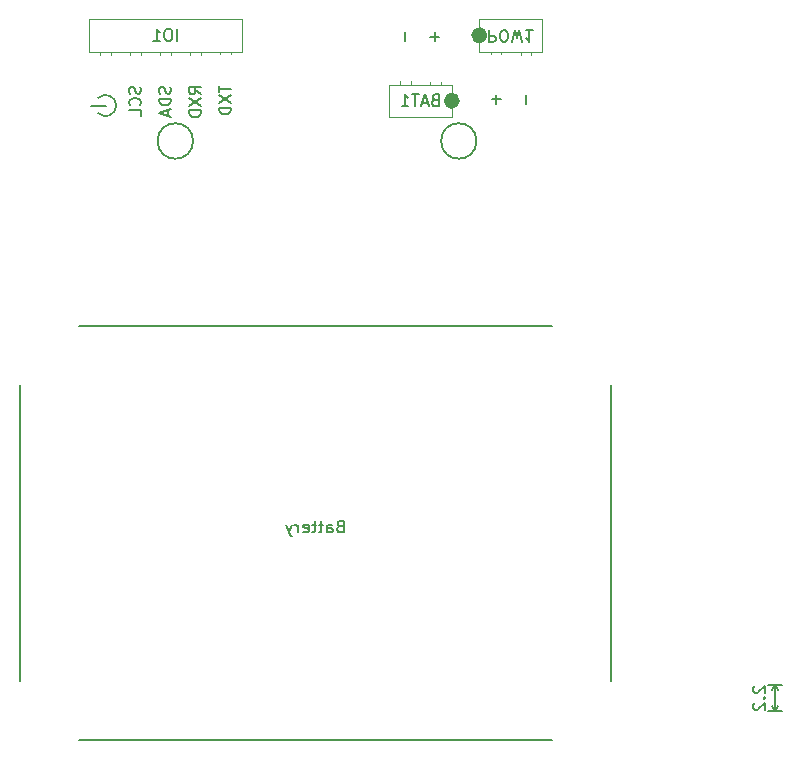
<source format=gbr>
%TF.GenerationSoftware,KiCad,Pcbnew,9.0.3+dfsg-1*%
%TF.CreationDate,2025-12-19T19:54:46+01:00*%
%TF.ProjectId,schematics,73636865-6d61-4746-9963-732e6b696361,rev?*%
%TF.SameCoordinates,Original*%
%TF.FileFunction,Legend,Bot*%
%TF.FilePolarity,Positive*%
%FSLAX46Y46*%
G04 Gerber Fmt 4.6, Leading zero omitted, Abs format (unit mm)*
G04 Created by KiCad (PCBNEW 9.0.3+dfsg-1) date 2025-12-19 19:54:46*
%MOMM*%
%LPD*%
G01*
G04 APERTURE LIST*
%ADD10C,0.200000*%
%ADD11C,0.120000*%
%ADD12C,0.685000*%
G04 APERTURE END LIST*
D10*
X137147457Y-124400000D02*
X137099838Y-124447619D01*
X137099838Y-124447619D02*
X137052219Y-124542857D01*
X137052219Y-124542857D02*
X137052219Y-124780952D01*
X137052219Y-124780952D02*
X137099838Y-124876190D01*
X137099838Y-124876190D02*
X137147457Y-124923809D01*
X137147457Y-124923809D02*
X137242695Y-124971428D01*
X137242695Y-124971428D02*
X137337933Y-124971428D01*
X137337933Y-124971428D02*
X137480790Y-124923809D01*
X137480790Y-124923809D02*
X138052219Y-124352381D01*
X138052219Y-124352381D02*
X138052219Y-124971428D01*
X137956980Y-125400000D02*
X138004600Y-125447619D01*
X138004600Y-125447619D02*
X138052219Y-125400000D01*
X138052219Y-125400000D02*
X138004600Y-125352381D01*
X138004600Y-125352381D02*
X137956980Y-125400000D01*
X137956980Y-125400000D02*
X138052219Y-125400000D01*
X137147457Y-125828571D02*
X137099838Y-125876190D01*
X137099838Y-125876190D02*
X137052219Y-125971428D01*
X137052219Y-125971428D02*
X137052219Y-126209523D01*
X137052219Y-126209523D02*
X137099838Y-126304761D01*
X137099838Y-126304761D02*
X137147457Y-126352380D01*
X137147457Y-126352380D02*
X137242695Y-126399999D01*
X137242695Y-126399999D02*
X137337933Y-126399999D01*
X137337933Y-126399999D02*
X137480790Y-126352380D01*
X137480790Y-126352380D02*
X138052219Y-125780952D01*
X138052219Y-125780952D02*
X138052219Y-126399999D01*
X139500000Y-124300000D02*
X138313580Y-124300000D01*
X138313580Y-126500000D02*
X139500000Y-126500000D01*
X138900000Y-124300000D02*
X138900000Y-126500000D01*
X138900000Y-124300000D02*
X139130874Y-124743505D01*
X138900000Y-124300000D02*
X138669126Y-124743505D01*
X138900000Y-126500000D02*
X138669126Y-126056495D01*
X138900000Y-126500000D02*
X139130874Y-126056495D01*
X115311266Y-74334673D02*
X115311266Y-75096578D01*
X115692219Y-74715625D02*
X114930314Y-74715625D01*
X117851266Y-74334673D02*
X117851266Y-75096578D01*
X114676667Y-68837780D02*
X114676667Y-69837780D01*
X114676667Y-69837780D02*
X115057619Y-69837780D01*
X115057619Y-69837780D02*
X115152857Y-69790161D01*
X115152857Y-69790161D02*
X115200476Y-69742542D01*
X115200476Y-69742542D02*
X115248095Y-69647304D01*
X115248095Y-69647304D02*
X115248095Y-69504447D01*
X115248095Y-69504447D02*
X115200476Y-69409209D01*
X115200476Y-69409209D02*
X115152857Y-69361590D01*
X115152857Y-69361590D02*
X115057619Y-69313971D01*
X115057619Y-69313971D02*
X114676667Y-69313971D01*
X115867143Y-69837780D02*
X116057619Y-69837780D01*
X116057619Y-69837780D02*
X116152857Y-69790161D01*
X116152857Y-69790161D02*
X116248095Y-69694923D01*
X116248095Y-69694923D02*
X116295714Y-69504447D01*
X116295714Y-69504447D02*
X116295714Y-69171114D01*
X116295714Y-69171114D02*
X116248095Y-68980638D01*
X116248095Y-68980638D02*
X116152857Y-68885400D01*
X116152857Y-68885400D02*
X116057619Y-68837780D01*
X116057619Y-68837780D02*
X115867143Y-68837780D01*
X115867143Y-68837780D02*
X115771905Y-68885400D01*
X115771905Y-68885400D02*
X115676667Y-68980638D01*
X115676667Y-68980638D02*
X115629048Y-69171114D01*
X115629048Y-69171114D02*
X115629048Y-69504447D01*
X115629048Y-69504447D02*
X115676667Y-69694923D01*
X115676667Y-69694923D02*
X115771905Y-69790161D01*
X115771905Y-69790161D02*
X115867143Y-69837780D01*
X116629048Y-69837780D02*
X116867143Y-68837780D01*
X116867143Y-68837780D02*
X117057619Y-69552066D01*
X117057619Y-69552066D02*
X117248095Y-68837780D01*
X117248095Y-68837780D02*
X117486191Y-69837780D01*
X118390952Y-68837780D02*
X117819524Y-68837780D01*
X118105238Y-68837780D02*
X118105238Y-69837780D01*
X118105238Y-69837780D02*
X118010000Y-69694923D01*
X118010000Y-69694923D02*
X117914762Y-69599685D01*
X117914762Y-69599685D02*
X117819524Y-69552066D01*
X102071429Y-110858409D02*
X101928572Y-110906028D01*
X101928572Y-110906028D02*
X101880953Y-110953647D01*
X101880953Y-110953647D02*
X101833334Y-111048885D01*
X101833334Y-111048885D02*
X101833334Y-111191742D01*
X101833334Y-111191742D02*
X101880953Y-111286980D01*
X101880953Y-111286980D02*
X101928572Y-111334600D01*
X101928572Y-111334600D02*
X102023810Y-111382219D01*
X102023810Y-111382219D02*
X102404762Y-111382219D01*
X102404762Y-111382219D02*
X102404762Y-110382219D01*
X102404762Y-110382219D02*
X102071429Y-110382219D01*
X102071429Y-110382219D02*
X101976191Y-110429838D01*
X101976191Y-110429838D02*
X101928572Y-110477457D01*
X101928572Y-110477457D02*
X101880953Y-110572695D01*
X101880953Y-110572695D02*
X101880953Y-110667933D01*
X101880953Y-110667933D02*
X101928572Y-110763171D01*
X101928572Y-110763171D02*
X101976191Y-110810790D01*
X101976191Y-110810790D02*
X102071429Y-110858409D01*
X102071429Y-110858409D02*
X102404762Y-110858409D01*
X100976191Y-111382219D02*
X100976191Y-110858409D01*
X100976191Y-110858409D02*
X101023810Y-110763171D01*
X101023810Y-110763171D02*
X101119048Y-110715552D01*
X101119048Y-110715552D02*
X101309524Y-110715552D01*
X101309524Y-110715552D02*
X101404762Y-110763171D01*
X100976191Y-111334600D02*
X101071429Y-111382219D01*
X101071429Y-111382219D02*
X101309524Y-111382219D01*
X101309524Y-111382219D02*
X101404762Y-111334600D01*
X101404762Y-111334600D02*
X101452381Y-111239361D01*
X101452381Y-111239361D02*
X101452381Y-111144123D01*
X101452381Y-111144123D02*
X101404762Y-111048885D01*
X101404762Y-111048885D02*
X101309524Y-111001266D01*
X101309524Y-111001266D02*
X101071429Y-111001266D01*
X101071429Y-111001266D02*
X100976191Y-110953647D01*
X100642857Y-110715552D02*
X100261905Y-110715552D01*
X100500000Y-110382219D02*
X100500000Y-111239361D01*
X100500000Y-111239361D02*
X100452381Y-111334600D01*
X100452381Y-111334600D02*
X100357143Y-111382219D01*
X100357143Y-111382219D02*
X100261905Y-111382219D01*
X100071428Y-110715552D02*
X99690476Y-110715552D01*
X99928571Y-110382219D02*
X99928571Y-111239361D01*
X99928571Y-111239361D02*
X99880952Y-111334600D01*
X99880952Y-111334600D02*
X99785714Y-111382219D01*
X99785714Y-111382219D02*
X99690476Y-111382219D01*
X98976190Y-111334600D02*
X99071428Y-111382219D01*
X99071428Y-111382219D02*
X99261904Y-111382219D01*
X99261904Y-111382219D02*
X99357142Y-111334600D01*
X99357142Y-111334600D02*
X99404761Y-111239361D01*
X99404761Y-111239361D02*
X99404761Y-110858409D01*
X99404761Y-110858409D02*
X99357142Y-110763171D01*
X99357142Y-110763171D02*
X99261904Y-110715552D01*
X99261904Y-110715552D02*
X99071428Y-110715552D01*
X99071428Y-110715552D02*
X98976190Y-110763171D01*
X98976190Y-110763171D02*
X98928571Y-110858409D01*
X98928571Y-110858409D02*
X98928571Y-110953647D01*
X98928571Y-110953647D02*
X99404761Y-111048885D01*
X98499999Y-111382219D02*
X98499999Y-110715552D01*
X98499999Y-110906028D02*
X98452380Y-110810790D01*
X98452380Y-110810790D02*
X98404761Y-110763171D01*
X98404761Y-110763171D02*
X98309523Y-110715552D01*
X98309523Y-110715552D02*
X98214285Y-110715552D01*
X97976189Y-110715552D02*
X97738094Y-111382219D01*
X97499999Y-110715552D02*
X97738094Y-111382219D01*
X97738094Y-111382219D02*
X97833332Y-111620314D01*
X97833332Y-111620314D02*
X97880951Y-111667933D01*
X97880951Y-111667933D02*
X97976189Y-111715552D01*
X110088733Y-69785326D02*
X110088733Y-69023422D01*
X109707780Y-69404374D02*
X110469685Y-69404374D01*
X107548733Y-69785326D02*
X107548733Y-69023422D01*
X110104285Y-74758409D02*
X109961428Y-74806028D01*
X109961428Y-74806028D02*
X109913809Y-74853647D01*
X109913809Y-74853647D02*
X109866190Y-74948885D01*
X109866190Y-74948885D02*
X109866190Y-75091742D01*
X109866190Y-75091742D02*
X109913809Y-75186980D01*
X109913809Y-75186980D02*
X109961428Y-75234600D01*
X109961428Y-75234600D02*
X110056666Y-75282219D01*
X110056666Y-75282219D02*
X110437618Y-75282219D01*
X110437618Y-75282219D02*
X110437618Y-74282219D01*
X110437618Y-74282219D02*
X110104285Y-74282219D01*
X110104285Y-74282219D02*
X110009047Y-74329838D01*
X110009047Y-74329838D02*
X109961428Y-74377457D01*
X109961428Y-74377457D02*
X109913809Y-74472695D01*
X109913809Y-74472695D02*
X109913809Y-74567933D01*
X109913809Y-74567933D02*
X109961428Y-74663171D01*
X109961428Y-74663171D02*
X110009047Y-74710790D01*
X110009047Y-74710790D02*
X110104285Y-74758409D01*
X110104285Y-74758409D02*
X110437618Y-74758409D01*
X109485237Y-74996504D02*
X109009047Y-74996504D01*
X109580475Y-75282219D02*
X109247142Y-74282219D01*
X109247142Y-74282219D02*
X108913809Y-75282219D01*
X108723332Y-74282219D02*
X108151904Y-74282219D01*
X108437618Y-75282219D02*
X108437618Y-74282219D01*
X107294761Y-75282219D02*
X107866189Y-75282219D01*
X107580475Y-75282219D02*
X107580475Y-74282219D01*
X107580475Y-74282219D02*
X107675713Y-74425076D01*
X107675713Y-74425076D02*
X107770951Y-74520314D01*
X107770951Y-74520314D02*
X107866189Y-74567933D01*
X90292219Y-74271101D02*
X89816028Y-73937768D01*
X90292219Y-73699673D02*
X89292219Y-73699673D01*
X89292219Y-73699673D02*
X89292219Y-74080625D01*
X89292219Y-74080625D02*
X89339838Y-74175863D01*
X89339838Y-74175863D02*
X89387457Y-74223482D01*
X89387457Y-74223482D02*
X89482695Y-74271101D01*
X89482695Y-74271101D02*
X89625552Y-74271101D01*
X89625552Y-74271101D02*
X89720790Y-74223482D01*
X89720790Y-74223482D02*
X89768409Y-74175863D01*
X89768409Y-74175863D02*
X89816028Y-74080625D01*
X89816028Y-74080625D02*
X89816028Y-73699673D01*
X89292219Y-74604435D02*
X90292219Y-75271101D01*
X89292219Y-75271101D02*
X90292219Y-74604435D01*
X90292219Y-75652054D02*
X89292219Y-75652054D01*
X89292219Y-75652054D02*
X89292219Y-75890149D01*
X89292219Y-75890149D02*
X89339838Y-76033006D01*
X89339838Y-76033006D02*
X89435076Y-76128244D01*
X89435076Y-76128244D02*
X89530314Y-76175863D01*
X89530314Y-76175863D02*
X89720790Y-76223482D01*
X89720790Y-76223482D02*
X89863647Y-76223482D01*
X89863647Y-76223482D02*
X90054123Y-76175863D01*
X90054123Y-76175863D02*
X90149361Y-76128244D01*
X90149361Y-76128244D02*
X90244600Y-76033006D01*
X90244600Y-76033006D02*
X90292219Y-75890149D01*
X90292219Y-75890149D02*
X90292219Y-75652054D01*
X88299999Y-69742219D02*
X88299999Y-68742219D01*
X87633333Y-68742219D02*
X87442857Y-68742219D01*
X87442857Y-68742219D02*
X87347619Y-68789838D01*
X87347619Y-68789838D02*
X87252381Y-68885076D01*
X87252381Y-68885076D02*
X87204762Y-69075552D01*
X87204762Y-69075552D02*
X87204762Y-69408885D01*
X87204762Y-69408885D02*
X87252381Y-69599361D01*
X87252381Y-69599361D02*
X87347619Y-69694600D01*
X87347619Y-69694600D02*
X87442857Y-69742219D01*
X87442857Y-69742219D02*
X87633333Y-69742219D01*
X87633333Y-69742219D02*
X87728571Y-69694600D01*
X87728571Y-69694600D02*
X87823809Y-69599361D01*
X87823809Y-69599361D02*
X87871428Y-69408885D01*
X87871428Y-69408885D02*
X87871428Y-69075552D01*
X87871428Y-69075552D02*
X87823809Y-68885076D01*
X87823809Y-68885076D02*
X87728571Y-68789838D01*
X87728571Y-68789838D02*
X87633333Y-68742219D01*
X86252381Y-69742219D02*
X86823809Y-69742219D01*
X86538095Y-69742219D02*
X86538095Y-68742219D01*
X86538095Y-68742219D02*
X86633333Y-68885076D01*
X86633333Y-68885076D02*
X86728571Y-68980314D01*
X86728571Y-68980314D02*
X86823809Y-69027933D01*
X87704600Y-73652054D02*
X87752219Y-73794911D01*
X87752219Y-73794911D02*
X87752219Y-74033006D01*
X87752219Y-74033006D02*
X87704600Y-74128244D01*
X87704600Y-74128244D02*
X87656980Y-74175863D01*
X87656980Y-74175863D02*
X87561742Y-74223482D01*
X87561742Y-74223482D02*
X87466504Y-74223482D01*
X87466504Y-74223482D02*
X87371266Y-74175863D01*
X87371266Y-74175863D02*
X87323647Y-74128244D01*
X87323647Y-74128244D02*
X87276028Y-74033006D01*
X87276028Y-74033006D02*
X87228409Y-73842530D01*
X87228409Y-73842530D02*
X87180790Y-73747292D01*
X87180790Y-73747292D02*
X87133171Y-73699673D01*
X87133171Y-73699673D02*
X87037933Y-73652054D01*
X87037933Y-73652054D02*
X86942695Y-73652054D01*
X86942695Y-73652054D02*
X86847457Y-73699673D01*
X86847457Y-73699673D02*
X86799838Y-73747292D01*
X86799838Y-73747292D02*
X86752219Y-73842530D01*
X86752219Y-73842530D02*
X86752219Y-74080625D01*
X86752219Y-74080625D02*
X86799838Y-74223482D01*
X87752219Y-74652054D02*
X86752219Y-74652054D01*
X86752219Y-74652054D02*
X86752219Y-74890149D01*
X86752219Y-74890149D02*
X86799838Y-75033006D01*
X86799838Y-75033006D02*
X86895076Y-75128244D01*
X86895076Y-75128244D02*
X86990314Y-75175863D01*
X86990314Y-75175863D02*
X87180790Y-75223482D01*
X87180790Y-75223482D02*
X87323647Y-75223482D01*
X87323647Y-75223482D02*
X87514123Y-75175863D01*
X87514123Y-75175863D02*
X87609361Y-75128244D01*
X87609361Y-75128244D02*
X87704600Y-75033006D01*
X87704600Y-75033006D02*
X87752219Y-74890149D01*
X87752219Y-74890149D02*
X87752219Y-74652054D01*
X87466504Y-75604435D02*
X87466504Y-76080625D01*
X87752219Y-75509197D02*
X86752219Y-75842530D01*
X86752219Y-75842530D02*
X87752219Y-76175863D01*
X91832219Y-73556816D02*
X91832219Y-74128244D01*
X92832219Y-73842530D02*
X91832219Y-73842530D01*
X91832219Y-74366340D02*
X92832219Y-75033006D01*
X91832219Y-75033006D02*
X92832219Y-74366340D01*
X92832219Y-75413959D02*
X91832219Y-75413959D01*
X91832219Y-75413959D02*
X91832219Y-75652054D01*
X91832219Y-75652054D02*
X91879838Y-75794911D01*
X91879838Y-75794911D02*
X91975076Y-75890149D01*
X91975076Y-75890149D02*
X92070314Y-75937768D01*
X92070314Y-75937768D02*
X92260790Y-75985387D01*
X92260790Y-75985387D02*
X92403647Y-75985387D01*
X92403647Y-75985387D02*
X92594123Y-75937768D01*
X92594123Y-75937768D02*
X92689361Y-75890149D01*
X92689361Y-75890149D02*
X92784600Y-75794911D01*
X92784600Y-75794911D02*
X92832219Y-75652054D01*
X92832219Y-75652054D02*
X92832219Y-75413959D01*
X85164600Y-73652054D02*
X85212219Y-73794911D01*
X85212219Y-73794911D02*
X85212219Y-74033006D01*
X85212219Y-74033006D02*
X85164600Y-74128244D01*
X85164600Y-74128244D02*
X85116980Y-74175863D01*
X85116980Y-74175863D02*
X85021742Y-74223482D01*
X85021742Y-74223482D02*
X84926504Y-74223482D01*
X84926504Y-74223482D02*
X84831266Y-74175863D01*
X84831266Y-74175863D02*
X84783647Y-74128244D01*
X84783647Y-74128244D02*
X84736028Y-74033006D01*
X84736028Y-74033006D02*
X84688409Y-73842530D01*
X84688409Y-73842530D02*
X84640790Y-73747292D01*
X84640790Y-73747292D02*
X84593171Y-73699673D01*
X84593171Y-73699673D02*
X84497933Y-73652054D01*
X84497933Y-73652054D02*
X84402695Y-73652054D01*
X84402695Y-73652054D02*
X84307457Y-73699673D01*
X84307457Y-73699673D02*
X84259838Y-73747292D01*
X84259838Y-73747292D02*
X84212219Y-73842530D01*
X84212219Y-73842530D02*
X84212219Y-74080625D01*
X84212219Y-74080625D02*
X84259838Y-74223482D01*
X85116980Y-75223482D02*
X85164600Y-75175863D01*
X85164600Y-75175863D02*
X85212219Y-75033006D01*
X85212219Y-75033006D02*
X85212219Y-74937768D01*
X85212219Y-74937768D02*
X85164600Y-74794911D01*
X85164600Y-74794911D02*
X85069361Y-74699673D01*
X85069361Y-74699673D02*
X84974123Y-74652054D01*
X84974123Y-74652054D02*
X84783647Y-74604435D01*
X84783647Y-74604435D02*
X84640790Y-74604435D01*
X84640790Y-74604435D02*
X84450314Y-74652054D01*
X84450314Y-74652054D02*
X84355076Y-74699673D01*
X84355076Y-74699673D02*
X84259838Y-74794911D01*
X84259838Y-74794911D02*
X84212219Y-74937768D01*
X84212219Y-74937768D02*
X84212219Y-75033006D01*
X84212219Y-75033006D02*
X84259838Y-75175863D01*
X84259838Y-75175863D02*
X84307457Y-75223482D01*
X85212219Y-76128244D02*
X85212219Y-75652054D01*
X85212219Y-75652054D02*
X84212219Y-75652054D01*
D11*
%TO.C,POW1*%
X113861800Y-67903000D02*
X113861800Y-70663000D01*
X113861800Y-70663000D02*
X119161800Y-70663000D01*
X114811800Y-70893000D02*
X114811800Y-70663000D01*
X115671800Y-70893000D02*
X115671800Y-70663000D01*
X117351800Y-70975642D02*
X117351800Y-70663000D01*
X118211800Y-70975642D02*
X118211800Y-70663000D01*
X119161800Y-67903000D02*
X113861800Y-67903000D01*
X119161800Y-70663000D02*
X119161800Y-67903000D01*
D12*
X114202500Y-69290000D02*
G75*
G02*
X113517500Y-69290000I-342500J0D01*
G01*
X113517500Y-69290000D02*
G75*
G02*
X114202500Y-69290000I342500J0D01*
G01*
D10*
%TO.C,Battery*%
X75000000Y-98930000D02*
X75000000Y-123930000D01*
X80000000Y-128930000D02*
X120000000Y-128930000D01*
X120000000Y-93930000D02*
X80000000Y-93930000D01*
X125000000Y-98930000D02*
X125000000Y-123930000D01*
D11*
%TO.C,BAT1*%
X106238200Y-73457000D02*
X106238200Y-76217000D01*
X106238200Y-76217000D02*
X111538200Y-76217000D01*
X107188200Y-73144358D02*
X107188200Y-73457000D01*
X108048200Y-73144358D02*
X108048200Y-73457000D01*
X109728200Y-73227000D02*
X109728200Y-73457000D01*
X110588200Y-73227000D02*
X110588200Y-73457000D01*
X111538200Y-73457000D02*
X106238200Y-73457000D01*
X111538200Y-76217000D02*
X111538200Y-73457000D01*
D12*
X111882500Y-74830000D02*
G75*
G02*
X111197500Y-74830000I-342500J0D01*
G01*
X111197500Y-74830000D02*
G75*
G02*
X111882500Y-74830000I342500J0D01*
G01*
D10*
%TO.C,Regulator1*%
X89625000Y-78235000D02*
G75*
G02*
X86625000Y-78235000I-1500000J0D01*
G01*
X86625000Y-78235000D02*
G75*
G02*
X89625000Y-78235000I1500000J0D01*
G01*
X113625000Y-78235000D02*
G75*
G02*
X110625000Y-78235000I-1500000J0D01*
G01*
X110625000Y-78235000D02*
G75*
G02*
X113625000Y-78235000I1500000J0D01*
G01*
D11*
%TO.C,IO1*%
X80840000Y-67903000D02*
X93760000Y-67903000D01*
X80840000Y-70663000D02*
X80840000Y-67903000D01*
X81790000Y-70975642D02*
X81790000Y-70663000D01*
D10*
X82220000Y-75235000D02*
X80950000Y-75235000D01*
D11*
X82650000Y-70975642D02*
X82650000Y-70663000D01*
X84330000Y-70975642D02*
X84330000Y-70663000D01*
X85190000Y-70975642D02*
X85190000Y-70663000D01*
X86870000Y-70975642D02*
X86870000Y-70663000D01*
X87730000Y-70975642D02*
X87730000Y-70663000D01*
X89410000Y-70975642D02*
X89410000Y-70663000D01*
X90270000Y-70975642D02*
X90270000Y-70663000D01*
X91950000Y-70893000D02*
X91950000Y-70663000D01*
X92810000Y-70893000D02*
X92810000Y-70663000D01*
X93760000Y-67903000D02*
X93760000Y-70663000D01*
X93760000Y-70663000D02*
X80840000Y-70663000D01*
D10*
X81585000Y-74600000D02*
G75*
G02*
X81585000Y-75870000I635000J-635000D01*
G01*
%TD*%
M02*

</source>
